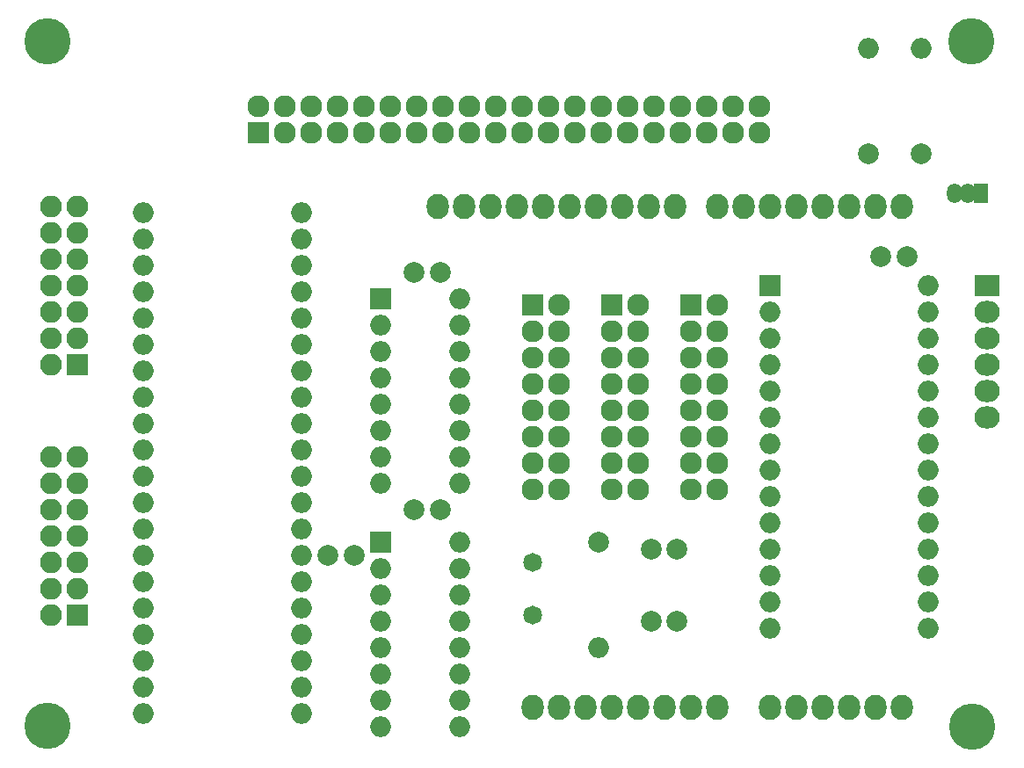
<source format=gts>
G04 #@! TF.GenerationSoftware,KiCad,Pcbnew,(5.0.0-3-g5ebb6b6)*
G04 #@! TF.CreationDate,2018-10-07T19:48:25+09:00*
G04 #@! TF.ProjectId,Z80-8251-PPI,5A38302D383235312D5050492E6B6963,rev?*
G04 #@! TF.SameCoordinates,Original*
G04 #@! TF.FileFunction,Soldermask,Top*
G04 #@! TF.FilePolarity,Negative*
%FSLAX46Y46*%
G04 Gerber Fmt 4.6, Leading zero omitted, Abs format (unit mm)*
G04 Created by KiCad (PCBNEW (5.0.0-3-g5ebb6b6)) date *
%MOMM*%
%LPD*%
G01*
G04 APERTURE LIST*
%ADD10O,2.127200X2.432000*%
%ADD11C,2.000000*%
%ADD12R,2.127200X2.127200*%
%ADD13O,2.127200X2.127200*%
%ADD14R,2.432000X2.127200*%
%ADD15O,2.432000X2.127200*%
%ADD16R,2.100000X2.100000*%
%ADD17O,2.100000X2.100000*%
%ADD18C,4.464000*%
%ADD19O,2.000000X2.000000*%
%ADD20R,2.000000X2.000000*%
%ADD21C,1.822400*%
%ADD22O,1.450000X1.900000*%
%ADD23R,1.450000X1.900000*%
G04 APERTURE END LIST*
D10*
G04 #@! TO.C,P1*
X133223000Y-131445000D03*
X135763000Y-131445000D03*
X138303000Y-131445000D03*
X140843000Y-131445000D03*
X143383000Y-131445000D03*
X145923000Y-131445000D03*
X148463000Y-131445000D03*
X151003000Y-131445000D03*
G04 #@! TD*
G04 #@! TO.C,P2*
X156083000Y-131445000D03*
X158623000Y-131445000D03*
X161163000Y-131445000D03*
X163703000Y-131445000D03*
X166243000Y-131445000D03*
X168783000Y-131445000D03*
G04 #@! TD*
G04 #@! TO.C,P3*
X124079000Y-83185000D03*
X126619000Y-83185000D03*
X129159000Y-83185000D03*
X131699000Y-83185000D03*
X134239000Y-83185000D03*
X136779000Y-83185000D03*
X139319000Y-83185000D03*
X141859000Y-83185000D03*
X144399000Y-83185000D03*
X146939000Y-83185000D03*
G04 #@! TD*
G04 #@! TO.C,P4*
X151003000Y-83185000D03*
X153543000Y-83185000D03*
X156083000Y-83185000D03*
X158623000Y-83185000D03*
X161163000Y-83185000D03*
X163703000Y-83185000D03*
X166243000Y-83185000D03*
X168783000Y-83185000D03*
G04 #@! TD*
D11*
G04 #@! TO.C,C1*
X144653000Y-123190000D03*
X147153000Y-123190000D03*
G04 #@! TD*
G04 #@! TO.C,C2*
X144653000Y-116205000D03*
X147153000Y-116205000D03*
G04 #@! TD*
G04 #@! TO.C,C3*
X113538000Y-116840000D03*
X116038000Y-116840000D03*
G04 #@! TD*
G04 #@! TO.C,C4*
X124333000Y-112395000D03*
X121833000Y-112395000D03*
G04 #@! TD*
G04 #@! TO.C,C5*
X124333000Y-89535000D03*
X121833000Y-89535000D03*
G04 #@! TD*
G04 #@! TO.C,C6*
X169291000Y-88011000D03*
X166791000Y-88011000D03*
G04 #@! TD*
D12*
G04 #@! TO.C,J1*
X106807000Y-76073000D03*
D13*
X106807000Y-73533000D03*
X109347000Y-76073000D03*
X109347000Y-73533000D03*
X111887000Y-76073000D03*
X111887000Y-73533000D03*
X114427000Y-76073000D03*
X114427000Y-73533000D03*
X116967000Y-76073000D03*
X116967000Y-73533000D03*
X119507000Y-76073000D03*
X119507000Y-73533000D03*
X122047000Y-76073000D03*
X122047000Y-73533000D03*
X124587000Y-76073000D03*
X124587000Y-73533000D03*
X127127000Y-76073000D03*
X127127000Y-73533000D03*
X129667000Y-76073000D03*
X129667000Y-73533000D03*
X132207000Y-76073000D03*
X132207000Y-73533000D03*
X134747000Y-76073000D03*
X134747000Y-73533000D03*
X137287000Y-76073000D03*
X137287000Y-73533000D03*
X139827000Y-76073000D03*
X139827000Y-73533000D03*
X142367000Y-76073000D03*
X142367000Y-73533000D03*
X144907000Y-76073000D03*
X144907000Y-73533000D03*
X147447000Y-76073000D03*
X147447000Y-73533000D03*
X149987000Y-76073000D03*
X149987000Y-73533000D03*
X152527000Y-76073000D03*
X152527000Y-73533000D03*
X155067000Y-76073000D03*
X155067000Y-73533000D03*
G04 #@! TD*
D12*
G04 #@! TO.C,J2*
X148463000Y-92710000D03*
D13*
X151003000Y-92710000D03*
X148463000Y-95250000D03*
X151003000Y-95250000D03*
X148463000Y-97790000D03*
X151003000Y-97790000D03*
X148463000Y-100330000D03*
X151003000Y-100330000D03*
X148463000Y-102870000D03*
X151003000Y-102870000D03*
X148463000Y-105410000D03*
X151003000Y-105410000D03*
X148463000Y-107950000D03*
X151003000Y-107950000D03*
X148463000Y-110490000D03*
X151003000Y-110490000D03*
G04 #@! TD*
D12*
G04 #@! TO.C,J3*
X133223000Y-92710000D03*
D13*
X135763000Y-92710000D03*
X133223000Y-95250000D03*
X135763000Y-95250000D03*
X133223000Y-97790000D03*
X135763000Y-97790000D03*
X133223000Y-100330000D03*
X135763000Y-100330000D03*
X133223000Y-102870000D03*
X135763000Y-102870000D03*
X133223000Y-105410000D03*
X135763000Y-105410000D03*
X133223000Y-107950000D03*
X135763000Y-107950000D03*
X133223000Y-110490000D03*
X135763000Y-110490000D03*
G04 #@! TD*
D14*
G04 #@! TO.C,J4*
X177038000Y-90805000D03*
D15*
X177038000Y-93345000D03*
X177038000Y-95885000D03*
X177038000Y-98425000D03*
X177038000Y-100965000D03*
X177038000Y-103505000D03*
G04 #@! TD*
D16*
G04 #@! TO.C,J5*
X89408000Y-98425000D03*
D17*
X86868000Y-98425000D03*
X89408000Y-95885000D03*
X86868000Y-95885000D03*
X89408000Y-93345000D03*
X86868000Y-93345000D03*
X89408000Y-90805000D03*
X86868000Y-90805000D03*
X89408000Y-88265000D03*
X86868000Y-88265000D03*
X89408000Y-85725000D03*
X86868000Y-85725000D03*
X89408000Y-83185000D03*
X86868000Y-83185000D03*
G04 #@! TD*
D16*
G04 #@! TO.C,J6*
X89408000Y-122555000D03*
D17*
X86868000Y-122555000D03*
X89408000Y-120015000D03*
X86868000Y-120015000D03*
X89408000Y-117475000D03*
X86868000Y-117475000D03*
X89408000Y-114935000D03*
X86868000Y-114935000D03*
X89408000Y-112395000D03*
X86868000Y-112395000D03*
X89408000Y-109855000D03*
X86868000Y-109855000D03*
X89408000Y-107315000D03*
X86868000Y-107315000D03*
G04 #@! TD*
D12*
G04 #@! TO.C,J7*
X140843000Y-92710000D03*
D13*
X143383000Y-92710000D03*
X140843000Y-95250000D03*
X143383000Y-95250000D03*
X140843000Y-97790000D03*
X143383000Y-97790000D03*
X140843000Y-100330000D03*
X143383000Y-100330000D03*
X140843000Y-102870000D03*
X143383000Y-102870000D03*
X140843000Y-105410000D03*
X143383000Y-105410000D03*
X140843000Y-107950000D03*
X143383000Y-107950000D03*
X140843000Y-110490000D03*
X143383000Y-110490000D03*
G04 #@! TD*
D18*
G04 #@! TO.C,P5*
X86523000Y-67285000D03*
G04 #@! TD*
G04 #@! TO.C,P6*
X175523000Y-67285000D03*
G04 #@! TD*
G04 #@! TO.C,P7*
X86513000Y-133285000D03*
G04 #@! TD*
G04 #@! TO.C,P8*
X175533000Y-133315000D03*
G04 #@! TD*
D11*
G04 #@! TO.C,R1*
X139573000Y-115570000D03*
D19*
X139573000Y-125730000D03*
G04 #@! TD*
D20*
G04 #@! TO.C,U1*
X118618000Y-92075000D03*
D19*
X126238000Y-109855000D03*
X118618000Y-94615000D03*
X126238000Y-107315000D03*
X118618000Y-97155000D03*
X126238000Y-104775000D03*
X118618000Y-99695000D03*
X126238000Y-102235000D03*
X118618000Y-102235000D03*
X126238000Y-99695000D03*
X118618000Y-104775000D03*
X126238000Y-97155000D03*
X118618000Y-107315000D03*
X126238000Y-94615000D03*
X118618000Y-109855000D03*
X126238000Y-92075000D03*
G04 #@! TD*
D20*
G04 #@! TO.C,U2*
X156083000Y-90805000D03*
D19*
X171323000Y-123825000D03*
X156083000Y-93345000D03*
X171323000Y-121285000D03*
X156083000Y-95885000D03*
X171323000Y-118745000D03*
X156083000Y-98425000D03*
X171323000Y-116205000D03*
X156083000Y-100965000D03*
X171323000Y-113665000D03*
X156083000Y-103505000D03*
X171323000Y-111125000D03*
X156083000Y-106045000D03*
X171323000Y-108585000D03*
X156083000Y-108585000D03*
X171323000Y-106045000D03*
X156083000Y-111125000D03*
X171323000Y-103505000D03*
X156083000Y-113665000D03*
X171323000Y-100965000D03*
X156083000Y-116205000D03*
X171323000Y-98425000D03*
X156083000Y-118745000D03*
X171323000Y-95885000D03*
X156083000Y-121285000D03*
X171323000Y-93345000D03*
X156083000Y-123825000D03*
X171323000Y-90805000D03*
G04 #@! TD*
G04 #@! TO.C,U3*
X95758000Y-83820000D03*
X95758000Y-86360000D03*
X95758000Y-88900000D03*
X95758000Y-91440000D03*
X95758000Y-93980000D03*
X95758000Y-96520000D03*
X95758000Y-99060000D03*
X95758000Y-101600000D03*
X95758000Y-104140000D03*
X95758000Y-106680000D03*
X95758000Y-109220000D03*
X95758000Y-111760000D03*
X95758000Y-114300000D03*
X95758000Y-116840000D03*
X95758000Y-119380000D03*
X95758000Y-121920000D03*
X95758000Y-124460000D03*
X95758000Y-127000000D03*
X95758000Y-129540000D03*
X95758000Y-132080000D03*
X110998000Y-132080000D03*
X110998000Y-129540000D03*
X110998000Y-127000000D03*
X110998000Y-124460000D03*
X110998000Y-121920000D03*
X110998000Y-119380000D03*
X110998000Y-116840000D03*
X110998000Y-114300000D03*
X110998000Y-111760000D03*
X110998000Y-109220000D03*
X110998000Y-106680000D03*
X110998000Y-104140000D03*
X110998000Y-101600000D03*
X110998000Y-99060000D03*
X110998000Y-96520000D03*
X110998000Y-93980000D03*
X110998000Y-91440000D03*
X110998000Y-88900000D03*
X110998000Y-86360000D03*
X110998000Y-83820000D03*
G04 #@! TD*
D20*
G04 #@! TO.C,U4*
X118618000Y-115570000D03*
D19*
X126238000Y-133350000D03*
X118618000Y-118110000D03*
X126238000Y-130810000D03*
X118618000Y-120650000D03*
X126238000Y-128270000D03*
X118618000Y-123190000D03*
X126238000Y-125730000D03*
X118618000Y-125730000D03*
X126238000Y-123190000D03*
X118618000Y-128270000D03*
X126238000Y-120650000D03*
X118618000Y-130810000D03*
X126238000Y-118110000D03*
X118618000Y-133350000D03*
X126238000Y-115570000D03*
G04 #@! TD*
D21*
G04 #@! TO.C,Y1*
X133223000Y-117475000D03*
X133223000Y-122555000D03*
G04 #@! TD*
D22*
G04 #@! TO.C,Q1*
X175133000Y-81915000D03*
X173863000Y-81915000D03*
D23*
X176403000Y-81915000D03*
G04 #@! TD*
D11*
G04 #@! TO.C,R2*
X165608000Y-78105000D03*
D19*
X165608000Y-67945000D03*
G04 #@! TD*
G04 #@! TO.C,R3*
X170688000Y-67945000D03*
D11*
X170688000Y-78105000D03*
G04 #@! TD*
M02*

</source>
